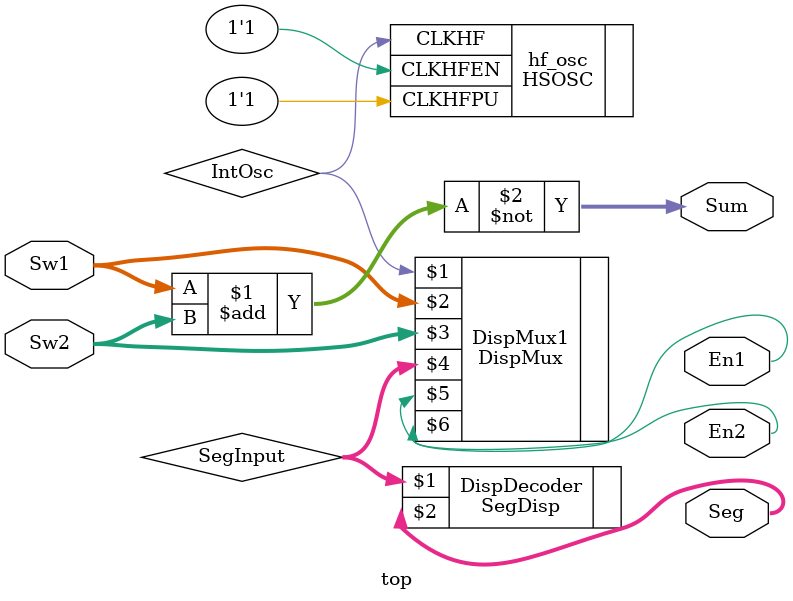
<source format=sv>

module top(
	input  logic [3:0] Sw1, Sw2,
	output logic [6:0] Seg,
	output logic       En1, En2,
	output logic [4:0] Sum
	);
	
	// Internal nets
	logic [3:0]  SegInput;
	logic        IntOsc;
	
	// Initialize clock at 6MHz
	HSOSC #(.CLKHF_DIV(2'b11)) 
	 hf_osc (.CLKHFPU(1'b1), .CLKHFEN(1'b1), .CLKHF(IntOsc));
	
	// Initialize modules
	DispMux DispMux1(IntOsc, Sw1, Sw2, SegInput, En1, En2);
	SegDisp DispDecoder(SegInput, Seg);
	
	//Assign Sum LEDs (active low so invert)
	assign Sum = ~(Sw1+Sw2);
	
endmodule
	

</source>
